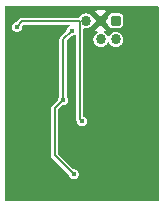
<source format=gbl>
%TF.GenerationSoftware,KiCad,Pcbnew,9.0.0*%
%TF.CreationDate,2025-03-28T13:53:40+00:00*%
%TF.ProjectId,vm_light_sensor_0.2,766d5f6c-6967-4687-945f-73656e736f72,v0.2*%
%TF.SameCoordinates,PX510ff40PY47868c0*%
%TF.FileFunction,Copper,L2,Bot*%
%TF.FilePolarity,Positive*%
%FSLAX45Y45*%
G04 Gerber Fmt 4.5, Leading zero omitted, Abs format (unit mm)*
G04 Created by KiCad (PCBNEW 9.0.0) date 2025-03-28 13:53:40*
%MOMM*%
%LPD*%
G01*
G04 APERTURE LIST*
G04 Aperture macros list*
%AMRoundRect*
0 Rectangle with rounded corners*
0 $1 Rounding radius*
0 $2 $3 $4 $5 $6 $7 $8 $9 X,Y pos of 4 corners*
0 Add a 4 corners polygon primitive as box body*
4,1,4,$2,$3,$4,$5,$6,$7,$8,$9,$2,$3,0*
0 Add four circle primitives for the rounded corners*
1,1,$1+$1,$2,$3*
1,1,$1+$1,$4,$5*
1,1,$1+$1,$6,$7*
1,1,$1+$1,$8,$9*
0 Add four rect primitives between the rounded corners*
20,1,$1+$1,$2,$3,$4,$5,0*
20,1,$1+$1,$4,$5,$6,$7,0*
20,1,$1+$1,$6,$7,$8,$9,0*
20,1,$1+$1,$8,$9,$2,$3,0*%
G04 Aperture macros list end*
%TA.AperFunction,ComponentPad*%
%ADD10RoundRect,0.172720X-0.259080X-0.259080X0.259080X-0.259080X0.259080X0.259080X-0.259080X0.259080X0*%
%TD*%
%TA.AperFunction,ComponentPad*%
%ADD11C,0.863600*%
%TD*%
%TA.AperFunction,ViaPad*%
%ADD12C,0.450000*%
%TD*%
%TA.AperFunction,ViaPad*%
%ADD13C,0.600000*%
%TD*%
%TA.AperFunction,Conductor*%
%ADD14C,0.200000*%
%TD*%
G04 APERTURE END LIST*
D10*
%TO.P,J1,1,Vcc*%
%TO.N,+3V3*%
X287500Y700000D03*
D11*
%TO.P,J1,2,SWDIO*%
%TO.N,/SWDIO*%
X287500Y542520D03*
%TO.P,J1,3,GND*%
%TO.N,GND*%
X160500Y700000D03*
%TO.P,J1,4,SWDCLK*%
%TO.N,/SWCLK*%
X160500Y542520D03*
%TO.P,J1,5,~{RESET}*%
%TO.N,/nRESET*%
X33500Y700000D03*
%TD*%
D12*
%TO.N,GND*%
X-500000Y200000D03*
X150000Y-450000D03*
X-500000Y-575000D03*
X125000Y-675000D03*
X-500000Y-200000D03*
D13*
X503290Y-385000D03*
D12*
%TO.N,+3V3*%
X-160000Y30000D03*
X-87500Y615800D03*
X-70000Y-600000D03*
%TO.N,/nRESET*%
X0Y-150000D03*
X-550000Y650000D03*
%TD*%
D14*
%TO.N,+3V3*%
X-230000Y-440000D02*
X-230000Y-40000D01*
X-160000Y543300D02*
X-87500Y615800D01*
X-230000Y-40000D02*
X-160000Y30000D01*
X-70000Y-600000D02*
X-230000Y-440000D01*
X-160000Y30000D02*
X-160000Y543300D01*
%TO.N,/nRESET*%
X-17000Y-133000D02*
X0Y-150000D01*
X-502610Y697390D02*
X-17000Y697390D01*
X-550000Y650000D02*
X-502610Y697390D01*
X-17000Y697390D02*
X-17000Y-133000D01*
%TD*%
%TA.AperFunction,Conductor*%
%TO.N,GND*%
G36*
X647783Y822783D02*
G01*
X649950Y817550D01*
X649950Y-817550D01*
X647783Y-822783D01*
X642550Y-824950D01*
X-642550Y-824950D01*
X-647783Y-822783D01*
X-649950Y-817550D01*
X-649950Y655602D01*
X-592550Y655602D01*
X-592550Y644398D01*
X-589651Y633577D01*
X-589650Y633576D01*
X-587922Y630582D01*
X-584049Y623874D01*
X-576126Y615952D01*
X-566424Y610350D01*
X-555602Y607450D01*
X-555602Y607450D01*
X-555602Y607450D01*
X-544398Y607450D01*
X-544398Y607450D01*
X-533576Y610350D01*
X-523874Y615952D01*
X-515951Y623874D01*
X-510350Y633576D01*
X-507450Y644398D01*
X-507450Y644398D01*
X-507450Y646988D01*
X-505283Y652220D01*
X-492330Y665173D01*
X-487098Y667340D01*
X-110947Y667340D01*
X-105715Y665173D01*
X-103547Y659940D01*
X-105715Y654707D01*
X-107247Y653531D01*
X-113626Y649849D01*
X-121548Y641926D01*
X-127150Y632224D01*
X-127150Y632223D01*
X-130050Y621402D01*
X-130050Y618812D01*
X-132217Y613580D01*
X-184046Y561751D01*
X-188002Y554899D01*
X-188002Y554899D01*
X-190050Y547257D01*
X-190050Y63190D01*
X-192217Y57957D01*
X-194048Y56126D01*
X-199650Y46424D01*
X-199650Y46423D01*
X-202550Y35602D01*
X-202550Y33012D01*
X-204717Y27780D01*
X-254046Y-21549D01*
X-258002Y-28401D01*
X-258002Y-28401D01*
X-260050Y-36044D01*
X-260050Y-443956D01*
X-258002Y-451598D01*
X-258002Y-451599D01*
X-254046Y-458451D01*
X-114717Y-597780D01*
X-112550Y-603012D01*
X-112550Y-605602D01*
X-109650Y-616423D01*
X-109650Y-616424D01*
X-109650Y-616424D01*
X-104048Y-626126D01*
X-96126Y-634049D01*
X-86424Y-639650D01*
X-75602Y-642550D01*
X-75602Y-642550D01*
X-75602Y-642550D01*
X-64398Y-642550D01*
X-64398Y-642550D01*
X-53576Y-639650D01*
X-43874Y-634049D01*
X-35952Y-626126D01*
X-30350Y-616424D01*
X-27450Y-605602D01*
X-27450Y-605602D01*
X-27450Y-594398D01*
X-27450Y-594398D01*
X-30350Y-583577D01*
X-30350Y-583576D01*
X-35952Y-573874D01*
X-43874Y-565952D01*
X-53576Y-560350D01*
X-53577Y-560350D01*
X-64398Y-557450D01*
X-64398Y-557450D01*
X-66988Y-557450D01*
X-72220Y-555283D01*
X-197783Y-429720D01*
X-199950Y-424488D01*
X-199950Y-55512D01*
X-197783Y-50280D01*
X-162220Y-14717D01*
X-156988Y-12550D01*
X-154398Y-12550D01*
X-154398Y-12550D01*
X-143576Y-9650D01*
X-133874Y-4048D01*
X-125951Y3874D01*
X-120350Y13576D01*
X-117450Y24398D01*
X-117450Y24398D01*
X-117450Y35602D01*
X-117450Y35602D01*
X-120350Y46423D01*
X-120350Y46424D01*
X-125951Y56126D01*
X-127783Y57957D01*
X-129950Y63190D01*
X-129950Y527788D01*
X-127783Y533020D01*
X-89720Y571083D01*
X-84488Y573250D01*
X-81898Y573250D01*
X-81898Y573250D01*
X-71076Y576150D01*
X-61374Y581752D01*
X-59683Y583443D01*
X-54450Y585610D01*
X-49217Y583443D01*
X-47050Y578210D01*
X-47050Y-136956D01*
X-45002Y-144599D01*
X-45002Y-144599D01*
X-43542Y-147129D01*
X-42550Y-150829D01*
X-42550Y-155602D01*
X-39651Y-166423D01*
X-39650Y-166424D01*
X-39650Y-166424D01*
X-34049Y-176126D01*
X-26126Y-184048D01*
X-16424Y-189650D01*
X-5602Y-192550D01*
X-5602Y-192550D01*
X-5602Y-192550D01*
X5602Y-192550D01*
X5602Y-192550D01*
X16424Y-189650D01*
X26126Y-184048D01*
X34049Y-176126D01*
X39650Y-166424D01*
X42550Y-155602D01*
X42550Y-155602D01*
X42550Y-144398D01*
X42550Y-144398D01*
X39650Y-133577D01*
X39650Y-133576D01*
X34049Y-123874D01*
X26126Y-115951D01*
X20769Y-112858D01*
X16750Y-110538D01*
X13302Y-106045D01*
X13050Y-104129D01*
X13050Y548748D01*
X97270Y548748D01*
X97270Y536293D01*
X99700Y524077D01*
X99700Y524076D01*
X104466Y512570D01*
X104466Y512569D01*
X104466Y512569D01*
X111386Y502213D01*
X120193Y493406D01*
X130549Y486486D01*
X142057Y481720D01*
X154272Y479290D01*
X154273Y479290D01*
X166728Y479290D01*
X166728Y479290D01*
X178943Y481720D01*
X190451Y486486D01*
X200807Y493406D01*
X209614Y502213D01*
X216534Y512569D01*
X217163Y514089D01*
X221168Y518094D01*
X226832Y518094D01*
X230836Y514090D01*
X231466Y512569D01*
X238386Y502213D01*
X247193Y493406D01*
X257549Y486486D01*
X269057Y481720D01*
X281272Y479290D01*
X281273Y479290D01*
X293728Y479290D01*
X293728Y479290D01*
X305944Y481720D01*
X317451Y486486D01*
X327807Y493406D01*
X336614Y502213D01*
X343534Y512569D01*
X348300Y524076D01*
X350730Y536292D01*
X350730Y548748D01*
X348300Y560964D01*
X347974Y561751D01*
X343534Y572470D01*
X336614Y582826D01*
X336614Y582827D01*
X327807Y591634D01*
X317451Y598554D01*
X317451Y598554D01*
X317450Y598554D01*
X305944Y603320D01*
X305943Y603320D01*
X296740Y605151D01*
X293728Y605750D01*
X281272Y605750D01*
X278856Y605269D01*
X269057Y603320D01*
X269056Y603320D01*
X257550Y598554D01*
X247194Y591634D01*
X238386Y582826D01*
X231466Y572471D01*
X230837Y570951D01*
X226832Y566946D01*
X221168Y566946D01*
X217163Y570951D01*
X216534Y572471D01*
X209614Y582826D01*
X209614Y582827D01*
X200807Y591634D01*
X190451Y598554D01*
X190450Y598554D01*
X190148Y598756D01*
X190235Y598885D01*
X186959Y602878D01*
X187514Y608515D01*
X191208Y611863D01*
X204637Y617425D01*
X206485Y618660D01*
X206485Y618660D01*
X160500Y664645D01*
X114515Y618660D01*
X114515Y618660D01*
X116362Y617425D01*
X129791Y611863D01*
X133796Y607858D01*
X133796Y602194D01*
X130779Y598864D01*
X130852Y598756D01*
X120194Y591634D01*
X111386Y582826D01*
X104466Y572470D01*
X99700Y560964D01*
X99700Y560963D01*
X97270Y548748D01*
X13050Y548748D01*
X13050Y630582D01*
X15217Y635815D01*
X20450Y637982D01*
X21894Y637840D01*
X21958Y637827D01*
X27272Y636770D01*
X27272Y636770D01*
X39728Y636770D01*
X39728Y636770D01*
X51943Y639200D01*
X63451Y643966D01*
X73807Y650886D01*
X74660Y651739D01*
X78457Y653312D01*
X125145Y700000D01*
X125145Y700000D01*
X121466Y703678D01*
X132560Y703678D01*
X132560Y696322D01*
X134464Y689216D01*
X138142Y682844D01*
X143344Y677642D01*
X149716Y673964D01*
X156822Y672060D01*
X164178Y672060D01*
X171284Y673964D01*
X177656Y677642D01*
X182858Y682844D01*
X186536Y689216D01*
X188440Y696322D01*
X188440Y700000D01*
X195855Y700000D01*
X222357Y673498D01*
X224447Y669333D01*
X225327Y663295D01*
X230100Y653531D01*
X230797Y652105D01*
X239605Y643298D01*
X250795Y637827D01*
X258050Y636770D01*
X258050Y636770D01*
X316950Y636770D01*
X316950Y636770D01*
X324205Y637827D01*
X335395Y643298D01*
X344203Y652105D01*
X349673Y663295D01*
X350730Y670550D01*
X350730Y729450D01*
X349673Y736705D01*
X344203Y747895D01*
X335395Y756702D01*
X324205Y762173D01*
X316951Y763230D01*
X316950Y763230D01*
X258050Y763230D01*
X258049Y763230D01*
X250795Y762173D01*
X239605Y756702D01*
X230797Y747895D01*
X225327Y736705D01*
X224447Y730668D01*
X222357Y726502D01*
X195855Y700000D01*
X188440Y700000D01*
X188440Y703678D01*
X186536Y710784D01*
X182858Y717156D01*
X177656Y722358D01*
X171284Y726036D01*
X164178Y727940D01*
X156822Y727940D01*
X149716Y726036D01*
X143344Y722358D01*
X138142Y717156D01*
X134464Y710784D01*
X132560Y703678D01*
X121466Y703678D01*
X78318Y746826D01*
X75198Y747773D01*
X74661Y748260D01*
X73807Y749114D01*
X63451Y756034D01*
X63450Y756034D01*
X63450Y756034D01*
X51944Y760800D01*
X51943Y760800D01*
X42740Y762631D01*
X39728Y763230D01*
X27272Y763230D01*
X24856Y762749D01*
X15057Y760800D01*
X15056Y760800D01*
X3550Y756034D01*
X-6806Y749114D01*
X-15614Y740306D01*
X-22014Y730729D01*
X-26723Y727582D01*
X-28167Y727440D01*
X-506566Y727440D01*
X-514209Y725392D01*
X-514209Y725392D01*
X-521061Y721436D01*
X-547780Y694717D01*
X-553012Y692550D01*
X-555602Y692550D01*
X-566423Y689651D01*
X-566424Y689650D01*
X-576126Y684049D01*
X-584049Y676126D01*
X-589650Y666424D01*
X-589651Y666423D01*
X-592550Y655602D01*
X-649950Y655602D01*
X-649950Y781341D01*
X114515Y781341D01*
X160500Y735355D01*
X206485Y781340D01*
X204637Y782575D01*
X187680Y789599D01*
X187679Y789599D01*
X169677Y793180D01*
X151323Y793180D01*
X133321Y789599D01*
X133320Y789599D01*
X116362Y782575D01*
X114515Y781341D01*
X-649950Y781341D01*
X-649950Y817550D01*
X-647783Y822783D01*
X-642550Y824950D01*
X642550Y824950D01*
X647783Y822783D01*
G37*
%TD.AperFunction*%
%TD*%
M02*

</source>
